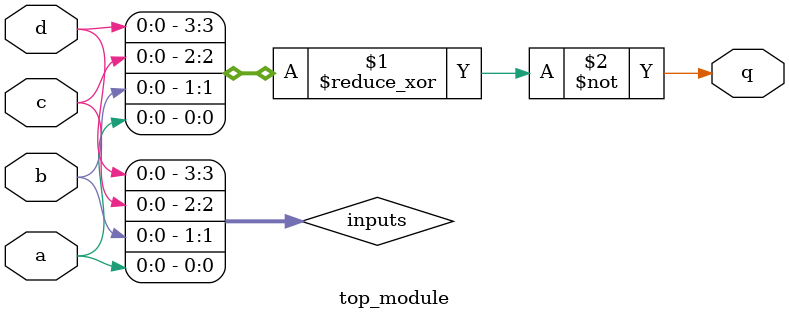
<source format=sv>
module top_module (
	input a, 
	input b, 
	input c, 
	input d,
	output q
);
	reg [3:0] inputs;
	assign inputs = {d, c, b, a};
	assign q = ~(^inputs);
endmodule

</source>
